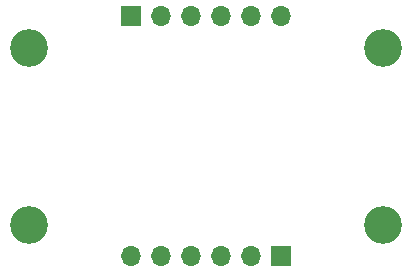
<source format=gbr>
%TF.GenerationSoftware,KiCad,Pcbnew,7.0.6*%
%TF.CreationDate,2023-09-04T11:25:06+01:00*%
%TF.ProjectId,working,776f726b-696e-4672-9e6b-696361645f70,rev?*%
%TF.SameCoordinates,Original*%
%TF.FileFunction,Soldermask,Bot*%
%TF.FilePolarity,Negative*%
%FSLAX46Y46*%
G04 Gerber Fmt 4.6, Leading zero omitted, Abs format (unit mm)*
G04 Created by KiCad (PCBNEW 7.0.6) date 2023-09-04 11:25:06*
%MOMM*%
%LPD*%
G01*
G04 APERTURE LIST*
%ADD10C,3.200000*%
%ADD11R,1.700000X1.700000*%
%ADD12O,1.700000X1.700000*%
G04 APERTURE END LIST*
D10*
%TO.C,H2*%
X-15000000Y7500000D03*
%TD*%
%TO.C,H4*%
X15000000Y7500000D03*
%TD*%
D11*
%TO.C,J3*%
X-6350000Y10160000D03*
D12*
X-3810000Y10160000D03*
X-1270000Y10160000D03*
X1270000Y10160000D03*
X3810000Y10160000D03*
X6350000Y10160000D03*
%TD*%
D11*
%TO.C,J4*%
X6350000Y-10160000D03*
D12*
X3810000Y-10160000D03*
X1270000Y-10160000D03*
X-1270000Y-10160000D03*
X-3810000Y-10160000D03*
X-6350000Y-10160000D03*
%TD*%
D10*
%TO.C,H3*%
X15000000Y-7500000D03*
%TD*%
%TO.C,H1*%
X-15000000Y-7500000D03*
%TD*%
M02*

</source>
